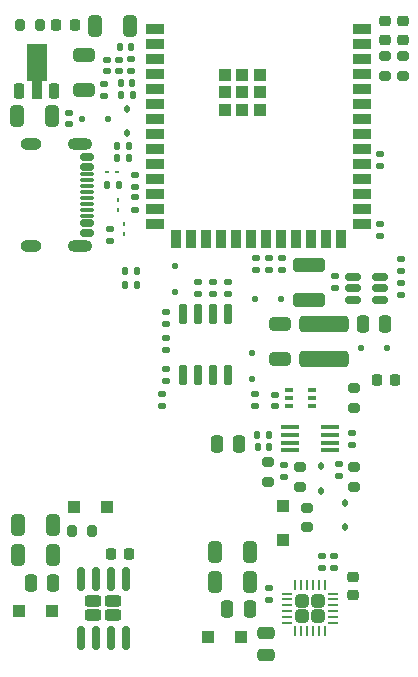
<source format=gbr>
%TF.GenerationSoftware,KiCad,Pcbnew,9.0.4-9.0.4-0~ubuntu24.04.1*%
%TF.CreationDate,2025-09-12T11:34:23+02:00*%
%TF.ProjectId,MCM-81339,4d434d2d-3831-4333-9339-2e6b69636164,rev?*%
%TF.SameCoordinates,Original*%
%TF.FileFunction,Paste,Top*%
%TF.FilePolarity,Positive*%
%FSLAX46Y46*%
G04 Gerber Fmt 4.6, Leading zero omitted, Abs format (unit mm)*
G04 Created by KiCad (PCBNEW 9.0.4-9.0.4-0~ubuntu24.04.1) date 2025-09-12 11:34:23*
%MOMM*%
%LPD*%
G01*
G04 APERTURE LIST*
G04 Aperture macros list*
%AMRoundRect*
0 Rectangle with rounded corners*
0 $1 Rounding radius*
0 $2 $3 $4 $5 $6 $7 $8 $9 X,Y pos of 4 corners*
0 Add a 4 corners polygon primitive as box body*
4,1,4,$2,$3,$4,$5,$6,$7,$8,$9,$2,$3,0*
0 Add four circle primitives for the rounded corners*
1,1,$1+$1,$2,$3*
1,1,$1+$1,$4,$5*
1,1,$1+$1,$6,$7*
1,1,$1+$1,$8,$9*
0 Add four rect primitives between the rounded corners*
20,1,$1+$1,$2,$3,$4,$5,0*
20,1,$1+$1,$4,$5,$6,$7,0*
20,1,$1+$1,$6,$7,$8,$9,0*
20,1,$1+$1,$8,$9,$2,$3,0*%
%AMFreePoly0*
4,1,9,3.862500,-0.866500,0.737500,-0.866500,0.737500,-0.450000,-0.737500,-0.450000,-0.737500,0.450000,0.737500,0.450000,0.737500,0.866500,3.862500,0.866500,3.862500,-0.866500,3.862500,-0.866500,$1*%
G04 Aperture macros list end*
%ADD10RoundRect,0.140000X-0.170000X0.140000X-0.170000X-0.140000X0.170000X-0.140000X0.170000X0.140000X0*%
%ADD11RoundRect,0.250000X0.440000X-0.255000X0.440000X0.255000X-0.440000X0.255000X-0.440000X-0.255000X0*%
%ADD12RoundRect,0.150000X0.150000X-0.825000X0.150000X0.825000X-0.150000X0.825000X-0.150000X-0.825000X0*%
%ADD13RoundRect,0.112500X-0.112500X0.187500X-0.112500X-0.187500X0.112500X-0.187500X0.112500X0.187500X0*%
%ADD14RoundRect,0.135000X-0.185000X0.135000X-0.185000X-0.135000X0.185000X-0.135000X0.185000X0.135000X0*%
%ADD15RoundRect,0.250000X0.325000X0.650000X-0.325000X0.650000X-0.325000X-0.650000X0.325000X-0.650000X0*%
%ADD16RoundRect,0.200000X-0.275000X0.200000X-0.275000X-0.200000X0.275000X-0.200000X0.275000X0.200000X0*%
%ADD17RoundRect,0.250000X0.300000X0.300000X-0.300000X0.300000X-0.300000X-0.300000X0.300000X-0.300000X0*%
%ADD18RoundRect,0.250000X-0.475000X0.250000X-0.475000X-0.250000X0.475000X-0.250000X0.475000X0.250000X0*%
%ADD19RoundRect,0.218750X-0.256250X0.218750X-0.256250X-0.218750X0.256250X-0.218750X0.256250X0.218750X0*%
%ADD20RoundRect,0.218750X0.218750X0.256250X-0.218750X0.256250X-0.218750X-0.256250X0.218750X-0.256250X0*%
%ADD21RoundRect,0.135000X0.135000X0.185000X-0.135000X0.185000X-0.135000X-0.185000X0.135000X-0.185000X0*%
%ADD22RoundRect,0.250000X-0.300000X-0.300000X0.300000X-0.300000X0.300000X0.300000X-0.300000X0.300000X0*%
%ADD23RoundRect,0.135000X-0.135000X-0.185000X0.135000X-0.185000X0.135000X0.185000X-0.135000X0.185000X0*%
%ADD24RoundRect,0.125000X0.125000X0.125000X-0.125000X0.125000X-0.125000X-0.125000X0.125000X-0.125000X0*%
%ADD25RoundRect,0.140000X-0.140000X-0.170000X0.140000X-0.170000X0.140000X0.170000X-0.140000X0.170000X0*%
%ADD26RoundRect,0.250000X-0.250000X-0.475000X0.250000X-0.475000X0.250000X0.475000X-0.250000X0.475000X0*%
%ADD27RoundRect,0.135000X0.185000X-0.135000X0.185000X0.135000X-0.185000X0.135000X-0.185000X-0.135000X0*%
%ADD28RoundRect,0.140000X0.170000X-0.140000X0.170000X0.140000X-0.170000X0.140000X-0.170000X-0.140000X0*%
%ADD29RoundRect,0.140000X0.140000X0.170000X-0.140000X0.170000X-0.140000X-0.170000X0.140000X-0.170000X0*%
%ADD30RoundRect,0.225000X0.225000X-0.425000X0.225000X0.425000X-0.225000X0.425000X-0.225000X-0.425000X0*%
%ADD31FreePoly0,90.000000*%
%ADD32RoundRect,0.250000X0.300000X-0.300000X0.300000X0.300000X-0.300000X0.300000X-0.300000X-0.300000X0*%
%ADD33RoundRect,0.200000X0.200000X0.275000X-0.200000X0.275000X-0.200000X-0.275000X0.200000X-0.275000X0*%
%ADD34R,1.000000X1.000000*%
%ADD35R,1.500000X0.900000*%
%ADD36R,0.900000X1.500000*%
%ADD37RoundRect,0.150000X-0.425000X0.150000X-0.425000X-0.150000X0.425000X-0.150000X0.425000X0.150000X0*%
%ADD38RoundRect,0.075000X-0.500000X0.075000X-0.500000X-0.075000X0.500000X-0.075000X0.500000X0.075000X0*%
%ADD39O,2.100000X1.000000*%
%ADD40O,1.800000X1.000000*%
%ADD41RoundRect,0.125000X-0.125000X0.125000X-0.125000X-0.125000X0.125000X-0.125000X0.125000X0.125000X0*%
%ADD42RoundRect,0.250000X0.315000X-0.315000X0.315000X0.315000X-0.315000X0.315000X-0.315000X-0.315000X0*%
%ADD43RoundRect,0.062500X0.062500X-0.350000X0.062500X0.350000X-0.062500X0.350000X-0.062500X-0.350000X0*%
%ADD44RoundRect,0.062500X0.350000X-0.062500X0.350000X0.062500X-0.350000X0.062500X-0.350000X-0.062500X0*%
%ADD45RoundRect,0.112500X0.112500X-0.187500X0.112500X0.187500X-0.112500X0.187500X-0.112500X-0.187500X0*%
%ADD46RoundRect,0.125000X0.125000X-0.125000X0.125000X0.125000X-0.125000X0.125000X-0.125000X-0.125000X0*%
%ADD47RoundRect,0.125000X-0.125000X-0.125000X0.125000X-0.125000X0.125000X0.125000X-0.125000X0.125000X0*%
%ADD48RoundRect,0.250000X0.250000X0.475000X-0.250000X0.475000X-0.250000X-0.475000X0.250000X-0.475000X0*%
%ADD49RoundRect,0.150000X-0.150000X0.725000X-0.150000X-0.725000X0.150000X-0.725000X0.150000X0.725000X0*%
%ADD50RoundRect,0.225000X-0.225000X-0.250000X0.225000X-0.250000X0.225000X0.250000X-0.225000X0.250000X0*%
%ADD51RoundRect,0.062500X0.117500X0.062500X-0.117500X0.062500X-0.117500X-0.062500X0.117500X-0.062500X0*%
%ADD52RoundRect,0.250000X0.650000X-0.325000X0.650000X0.325000X-0.650000X0.325000X-0.650000X-0.325000X0*%
%ADD53RoundRect,0.100000X-0.225000X-0.100000X0.225000X-0.100000X0.225000X0.100000X-0.225000X0.100000X0*%
%ADD54RoundRect,0.225000X0.250000X-0.225000X0.250000X0.225000X-0.250000X0.225000X-0.250000X-0.225000X0*%
%ADD55RoundRect,0.062500X0.062500X-0.117500X0.062500X0.117500X-0.062500X0.117500X-0.062500X-0.117500X0*%
%ADD56RoundRect,0.350000X-1.750000X-0.350000X1.750000X-0.350000X1.750000X0.350000X-1.750000X0.350000X0*%
%ADD57RoundRect,0.062500X-0.062500X0.117500X-0.062500X-0.117500X0.062500X-0.117500X0.062500X0.117500X0*%
%ADD58RoundRect,0.150000X0.512500X0.150000X-0.512500X0.150000X-0.512500X-0.150000X0.512500X-0.150000X0*%
%ADD59R,1.600000X0.300000*%
%ADD60RoundRect,0.250000X1.100000X-0.325000X1.100000X0.325000X-1.100000X0.325000X-1.100000X-0.325000X0*%
G04 APERTURE END LIST*
D10*
%TO.C,C8*%
X90850000Y-80195000D03*
X90850000Y-81155000D03*
%TD*%
D11*
%TO.C,U8*%
X68925000Y-95600000D03*
X70575000Y-95600000D03*
X68925000Y-94400000D03*
X70575000Y-94400000D03*
D12*
X67845000Y-97475000D03*
X69115000Y-97475000D03*
X70385000Y-97475000D03*
X71655000Y-97475000D03*
X71655000Y-92525000D03*
X70385000Y-92525000D03*
X69115000Y-92525000D03*
X67845000Y-92525000D03*
%TD*%
D13*
%TO.C,D4*%
X71729600Y-52696400D03*
X71729600Y-54796400D03*
%TD*%
D14*
%TO.C,R4*%
X94996000Y-67490000D03*
X94996000Y-68510000D03*
%TD*%
D15*
%TO.C,C21*%
X82150000Y-90200000D03*
X79200000Y-90200000D03*
%TD*%
D16*
%TO.C,R18*%
X83667600Y-82625000D03*
X83667600Y-84275000D03*
%TD*%
D17*
%TO.C,D17*%
X65450000Y-95250000D03*
X62650000Y-95250000D03*
%TD*%
D18*
%TO.C,C23*%
X83500000Y-97050000D03*
X83500000Y-98950000D03*
%TD*%
D19*
%TO.C,D10*%
X93573600Y-45312500D03*
X93573600Y-46887500D03*
%TD*%
D20*
%TO.C,D1*%
X67360900Y-45593000D03*
X65785900Y-45593000D03*
%TD*%
D14*
%TO.C,R3*%
X93167200Y-56538400D03*
X93167200Y-57558400D03*
%TD*%
D21*
%TO.C,R24*%
X72610000Y-67600000D03*
X71590000Y-67600000D03*
%TD*%
D22*
%TO.C,D15*%
X67250000Y-86450000D03*
X70050000Y-86450000D03*
%TD*%
D16*
%TO.C,R30*%
X91025000Y-83050000D03*
X91025000Y-84700000D03*
%TD*%
D14*
%TO.C,R27*%
X72425000Y-60215000D03*
X72425000Y-61235000D03*
%TD*%
D16*
%TO.C,R29*%
X87000000Y-86475000D03*
X87000000Y-88125000D03*
%TD*%
D23*
%TO.C,R20*%
X82808000Y-80340000D03*
X83828000Y-80340000D03*
%TD*%
D24*
%TO.C,D9*%
X84800000Y-68850000D03*
X82600000Y-68850000D03*
%TD*%
D23*
%TO.C,R41*%
X70040000Y-59175000D03*
X71060000Y-59175000D03*
%TD*%
D25*
%TO.C,C4*%
X70945000Y-55880000D03*
X71905000Y-55880000D03*
%TD*%
D26*
%TO.C,C18*%
X79350000Y-81100000D03*
X81250000Y-81100000D03*
%TD*%
D27*
%TO.C,R16*%
X89700000Y-83835000D03*
X89700000Y-82815000D03*
%TD*%
D14*
%TO.C,R13*%
X93167200Y-62482000D03*
X93167200Y-63502000D03*
%TD*%
D28*
%TO.C,C17*%
X70104000Y-49502000D03*
X70104000Y-48542000D03*
%TD*%
D23*
%TO.C,R25*%
X71590000Y-66450000D03*
X72610000Y-66450000D03*
%TD*%
D29*
%TO.C,C13*%
X72108000Y-47490000D03*
X71148000Y-47490000D03*
%TD*%
D30*
%TO.C,U1*%
X62609600Y-51175200D03*
D31*
X64109600Y-51087700D03*
D30*
X65609600Y-51175200D03*
%TD*%
D27*
%TO.C,R22*%
X74701400Y-77853000D03*
X74701400Y-76833000D03*
%TD*%
D32*
%TO.C,D14*%
X85000000Y-89175000D03*
X85000000Y-86375000D03*
%TD*%
D33*
%TO.C,R1*%
X64375800Y-45600000D03*
X62725800Y-45600000D03*
%TD*%
D34*
%TO.C,U5*%
X80040000Y-49808000D03*
X80040000Y-51308000D03*
X80040000Y-52808000D03*
X81540000Y-49808000D03*
X81540000Y-51308000D03*
X81540000Y-52808000D03*
X83040000Y-49808000D03*
X83040000Y-51308000D03*
X83040000Y-52808000D03*
D35*
X74150000Y-45958000D03*
X74150000Y-47228000D03*
X74150000Y-48498000D03*
X74150000Y-49768000D03*
X74150000Y-51038000D03*
X74150000Y-52308000D03*
X74150000Y-53578000D03*
X74150000Y-54848000D03*
X74150000Y-56118000D03*
X74150000Y-57388000D03*
X74150000Y-58658000D03*
X74150000Y-59928000D03*
X74150000Y-61198000D03*
X74150000Y-62468000D03*
D36*
X75915000Y-63718000D03*
X77185000Y-63718000D03*
X78455000Y-63718000D03*
X79725000Y-63718000D03*
X80995000Y-63718000D03*
X82265000Y-63718000D03*
X83535000Y-63718000D03*
X84805000Y-63718000D03*
X86075000Y-63718000D03*
X87345000Y-63718000D03*
X88615000Y-63718000D03*
X89885000Y-63718000D03*
D35*
X91650000Y-62468000D03*
X91650000Y-61198000D03*
X91650000Y-59928000D03*
X91650000Y-58658000D03*
X91650000Y-57388000D03*
X91650000Y-56118000D03*
X91650000Y-54848000D03*
X91650000Y-53578000D03*
X91650000Y-52308000D03*
X91650000Y-51038000D03*
X91650000Y-49768000D03*
X91650000Y-48498000D03*
X91650000Y-47228000D03*
X91650000Y-45958000D03*
%TD*%
D14*
%TO.C,R11*%
X72136000Y-48512000D03*
X72136000Y-49532000D03*
%TD*%
D37*
%TO.C,J5*%
X68380000Y-56800000D03*
X68380000Y-57600000D03*
D38*
X68380000Y-58750000D03*
X68380000Y-59750000D03*
X68380000Y-60250000D03*
X68380000Y-61250000D03*
D37*
X68380000Y-62400000D03*
X68380000Y-63200000D03*
X68380000Y-63200000D03*
X68380000Y-62400000D03*
D38*
X68380000Y-61750000D03*
X68380000Y-60750000D03*
X68380000Y-59250000D03*
X68380000Y-58250000D03*
D37*
X68380000Y-57600000D03*
X68380000Y-56800000D03*
D39*
X67805000Y-55680000D03*
D40*
X63625000Y-55680000D03*
D39*
X67805000Y-64320000D03*
D40*
X63625000Y-64320000D03*
%TD*%
D41*
%TO.C,D5*%
X75800000Y-66050000D03*
X75800000Y-68250000D03*
%TD*%
D42*
%TO.C,U7*%
X86600000Y-95650000D03*
X87900000Y-95650000D03*
X86600000Y-94350000D03*
X87900000Y-94350000D03*
D43*
X86000000Y-96937500D03*
X86500000Y-96937500D03*
X87000000Y-96937500D03*
X87500000Y-96937500D03*
X88000000Y-96937500D03*
X88500000Y-96937500D03*
D44*
X89187500Y-96250000D03*
X89187500Y-95750000D03*
X89187500Y-95250000D03*
X89187500Y-94750000D03*
X89187500Y-94250000D03*
X89187500Y-93750000D03*
D43*
X88500000Y-93062500D03*
X88000000Y-93062500D03*
X87500000Y-93062500D03*
X87000000Y-93062500D03*
X86500000Y-93062500D03*
X86000000Y-93062500D03*
D44*
X85312500Y-93750000D03*
X85312500Y-94250000D03*
X85312500Y-94750000D03*
X85312500Y-95250000D03*
X85312500Y-95750000D03*
X85312500Y-96250000D03*
%TD*%
D29*
%TO.C,C5*%
X83798000Y-81356000D03*
X82838000Y-81356000D03*
%TD*%
D14*
%TO.C,R35*%
X88250000Y-90565000D03*
X88250000Y-91585000D03*
%TD*%
D45*
%TO.C,D19*%
X88150000Y-85050000D03*
X88150000Y-82950000D03*
%TD*%
D15*
%TO.C,C15*%
X71985400Y-45720000D03*
X69035400Y-45720000D03*
%TD*%
D16*
%TO.C,R17*%
X95100000Y-48260000D03*
X95100000Y-49910000D03*
%TD*%
D14*
%TO.C,R10*%
X75031600Y-72085200D03*
X75031600Y-73105200D03*
%TD*%
%TO.C,R33*%
X83800000Y-65340000D03*
X83800000Y-66360000D03*
%TD*%
D17*
%TO.C,D16*%
X81400000Y-97450000D03*
X78600000Y-97450000D03*
%TD*%
D14*
%TO.C,R21*%
X82600000Y-76890000D03*
X82600000Y-77910000D03*
%TD*%
D46*
%TO.C,D3*%
X82372200Y-75572800D03*
X82372200Y-73372800D03*
%TD*%
D14*
%TO.C,R32*%
X82700000Y-65340000D03*
X82700000Y-66360000D03*
%TD*%
D16*
%TO.C,R28*%
X86375000Y-83050000D03*
X86375000Y-84700000D03*
%TD*%
D14*
%TO.C,R8*%
X79044800Y-67331400D03*
X79044800Y-68351400D03*
%TD*%
D27*
%TO.C,R15*%
X85025000Y-83860000D03*
X85025000Y-82840000D03*
%TD*%
D47*
%TO.C,D2*%
X91610000Y-73001200D03*
X93810000Y-73001200D03*
%TD*%
D28*
%TO.C,C2*%
X69850000Y-51584800D03*
X69850000Y-50624800D03*
%TD*%
D25*
%TO.C,C11*%
X70945000Y-56896000D03*
X71905000Y-56896000D03*
%TD*%
D27*
%TO.C,R23*%
X75031600Y-75770200D03*
X75031600Y-74750200D03*
%TD*%
D14*
%TO.C,R5*%
X94996000Y-65390000D03*
X94996000Y-66410000D03*
%TD*%
D48*
%TO.C,C7*%
X93650000Y-70900000D03*
X91750000Y-70900000D03*
%TD*%
D49*
%TO.C,U4*%
X80289400Y-70094400D03*
X79019400Y-70094400D03*
X77749400Y-70094400D03*
X76479400Y-70094400D03*
X76479400Y-75244400D03*
X77749400Y-75244400D03*
X79019400Y-75244400D03*
X80289400Y-75244400D03*
%TD*%
D50*
%TO.C,C27*%
X70370400Y-90398600D03*
X71920400Y-90398600D03*
%TD*%
D19*
%TO.C,D7*%
X95100000Y-45312500D03*
X95100000Y-46887500D03*
%TD*%
D14*
%TO.C,R7*%
X80294800Y-67331400D03*
X80294800Y-68351400D03*
%TD*%
%TO.C,R9*%
X75031600Y-69898298D03*
X75031600Y-70918298D03*
%TD*%
D15*
%TO.C,C9*%
X65381400Y-53340000D03*
X62431400Y-53340000D03*
%TD*%
D51*
%TO.C,D13*%
X70077500Y-58100000D03*
X70917500Y-58100000D03*
%TD*%
D52*
%TO.C,C3*%
X68122800Y-51106600D03*
X68122800Y-48156600D03*
%TD*%
D10*
%TO.C,C6*%
X66852800Y-53063200D03*
X66852800Y-54023200D03*
%TD*%
D53*
%TO.C,U6*%
X85501400Y-76551000D03*
X85501400Y-77201000D03*
X85501400Y-77851000D03*
X87401400Y-77851000D03*
X87401400Y-77201000D03*
X87401400Y-76551000D03*
%TD*%
D14*
%TO.C,R12*%
X77744800Y-67344298D03*
X77744800Y-68364298D03*
%TD*%
D21*
%TO.C,R6*%
X72239600Y-51562000D03*
X71219600Y-51562000D03*
%TD*%
D14*
%TO.C,R34*%
X84900000Y-65340000D03*
X84900000Y-66360000D03*
%TD*%
D54*
%TO.C,C22*%
X90900000Y-93875000D03*
X90900000Y-92325000D03*
%TD*%
D55*
%TO.C,D11*%
X71525000Y-62430000D03*
X71525000Y-63270000D03*
%TD*%
D16*
%TO.C,R19*%
X93573600Y-48260000D03*
X93573600Y-49910000D03*
%TD*%
D15*
%TO.C,C20*%
X65475000Y-87975000D03*
X62525000Y-87975000D03*
%TD*%
D56*
%TO.C,L1*%
X88417400Y-70900000D03*
X88417400Y-73900000D03*
%TD*%
D29*
%TO.C,C12*%
X72209600Y-50546000D03*
X71249600Y-50546000D03*
%TD*%
D57*
%TO.C,D12*%
X70993000Y-61278400D03*
X70993000Y-60438400D03*
%TD*%
D20*
%TO.C,D6*%
X94467500Y-75630000D03*
X92892500Y-75630000D03*
%TD*%
D28*
%TO.C,C25*%
X83800000Y-94280000D03*
X83800000Y-93320000D03*
%TD*%
D14*
%TO.C,R2*%
X89408000Y-66903200D03*
X89408000Y-67923200D03*
%TD*%
D58*
%TO.C,U2*%
X93212500Y-68871200D03*
X93212500Y-67921200D03*
X93212500Y-66971200D03*
X90937500Y-66971200D03*
X90937500Y-67921200D03*
X90937500Y-68871200D03*
%TD*%
D13*
%TO.C,D18*%
X90250000Y-86050000D03*
X90250000Y-88150000D03*
%TD*%
D52*
%TO.C,C10*%
X84709000Y-73865000D03*
X84709000Y-70915000D03*
%TD*%
D48*
%TO.C,C28*%
X65516800Y-92900000D03*
X63616800Y-92900000D03*
%TD*%
D33*
%TO.C,R31*%
X68775000Y-88450000D03*
X67125000Y-88450000D03*
%TD*%
D15*
%TO.C,C19*%
X82150000Y-92750000D03*
X79200000Y-92750000D03*
%TD*%
D59*
%TO.C,U3*%
X88927000Y-81625000D03*
X88927000Y-80975000D03*
X88927000Y-80325000D03*
X88927000Y-79675000D03*
X85527000Y-79675000D03*
X85527000Y-80325000D03*
X85527000Y-80975000D03*
X85527000Y-81625000D03*
%TD*%
D28*
%TO.C,C29*%
X89300000Y-91555000D03*
X89300000Y-90595000D03*
%TD*%
D14*
%TO.C,R26*%
X72425000Y-58290000D03*
X72425000Y-59310000D03*
%TD*%
D10*
%TO.C,C16*%
X71120000Y-48542000D03*
X71120000Y-49502000D03*
%TD*%
%TO.C,C14*%
X84301400Y-76921000D03*
X84301400Y-77881000D03*
%TD*%
D14*
%TO.C,R42*%
X70300000Y-62915000D03*
X70300000Y-63935000D03*
%TD*%
D47*
%TO.C,D8*%
X67937200Y-53543200D03*
X70137200Y-53543200D03*
%TD*%
D16*
%TO.C,R14*%
X90960000Y-76355000D03*
X90960000Y-78005000D03*
%TD*%
D60*
%TO.C,C1*%
X87200000Y-68875000D03*
X87200000Y-65925000D03*
%TD*%
D48*
%TO.C,C24*%
X82150000Y-95100000D03*
X80250000Y-95100000D03*
%TD*%
D15*
%TO.C,C26*%
X65475000Y-90500000D03*
X62525000Y-90500000D03*
%TD*%
M02*

</source>
